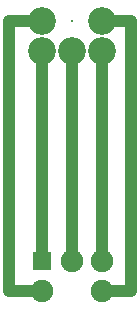
<source format=gbr>
G04 DipTrace 3.0.0.1*
G04 Top.gbr*
%MOIN*%
G04 #@! TF.FileFunction,Copper,L1,Top*
G04 #@! TF.Part,Single*
G04 #@! TA.AperFunction,Conductor*
%ADD14C,0.03937*%
G04 #@! TA.AperFunction,ComponentPad*
%ADD15C,0.09252*%
%ADD16C,0.01*%
G04 #@! TA.AperFunction,ComponentPad*
%ADD17R,0.059055X0.059055*%
%ADD18C,0.075*%
%FSLAX26Y26*%
G04*
G70*
G90*
G75*
G01*
G04 Top*
%LPD*%
X1019000Y1294000D2*
D14*
Y594000D1*
X1119000Y1294000D2*
Y594000D1*
X1219000Y1294000D2*
Y594000D1*
Y1394000D2*
X1316441D1*
Y494000D1*
X1219000D1*
X1019000Y1394000D2*
X911118D1*
Y494000D1*
X1019000D1*
D15*
Y1294000D3*
Y1394000D3*
X1119000Y1294000D3*
D16*
Y1394000D3*
D15*
X1219000Y1294000D3*
Y1394000D3*
D17*
X1019000Y594000D3*
D18*
Y494000D3*
X1119000Y594000D3*
X1219000D3*
Y494000D3*
M02*

</source>
